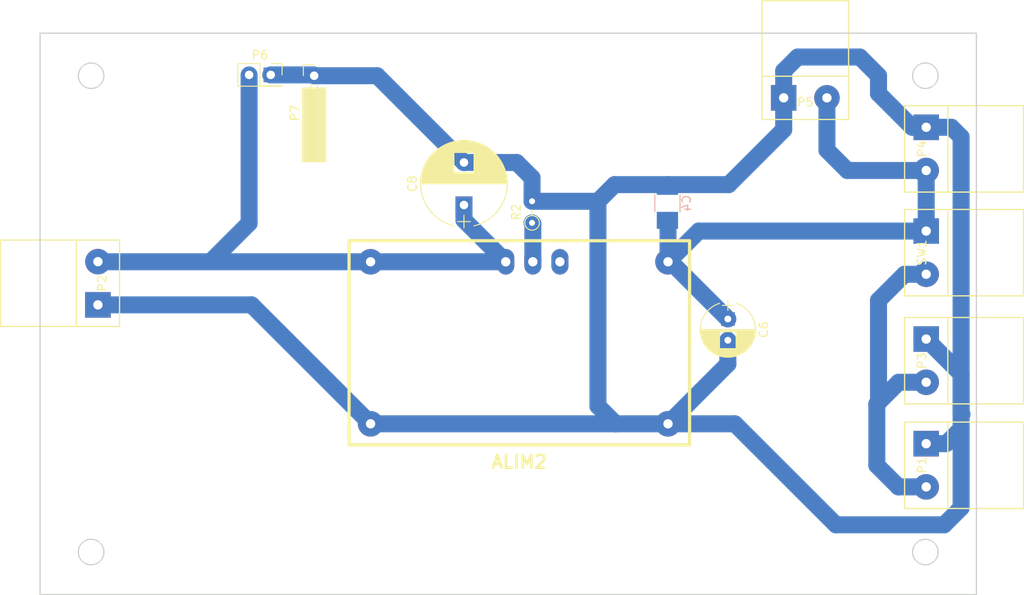
<source format=kicad_pcb>
(kicad_pcb (version 4) (host pcbnew 4.0.4-stable)

  (general
    (links 24)
    (no_connects 0)
    (area 8.794999 9.594999 130.105001 80.075001)
    (thickness 1.6)
    (drawings 8)
    (tracks 76)
    (zones 0)
    (modules 13)
    (nets 7)
  )

  (page A4)
  (layers
    (0 F.Cu signal)
    (31 B.Cu signal)
    (32 B.Adhes user)
    (33 F.Adhes user)
    (34 B.Paste user)
    (35 F.Paste user)
    (36 B.SilkS user)
    (37 F.SilkS user)
    (38 B.Mask user)
    (39 F.Mask user)
    (40 Dwgs.User user)
    (41 Cmts.User user)
    (42 Eco1.User user)
    (43 Eco2.User user)
    (44 Edge.Cuts user)
    (45 Margin user)
    (46 B.CrtYd user)
    (47 F.CrtYd user)
    (48 B.Fab user)
    (49 F.Fab user)
  )

  (setup
    (last_trace_width 2)
    (trace_clearance 0.5)
    (zone_clearance 0.508)
    (zone_45_only no)
    (trace_min 0.2)
    (segment_width 0.2)
    (edge_width 0.15)
    (via_size 0.6)
    (via_drill 0.4)
    (via_min_size 0.4)
    (via_min_drill 0.3)
    (uvia_size 0.3)
    (uvia_drill 0.1)
    (uvias_allowed no)
    (uvia_min_size 0.2)
    (uvia_min_drill 0.1)
    (pcb_text_width 0.3)
    (pcb_text_size 1.5 1.5)
    (mod_edge_width 0.15)
    (mod_text_size 1 1)
    (mod_text_width 0.15)
    (pad_size 1.524 1.524)
    (pad_drill 0.762)
    (pad_to_mask_clearance 0.2)
    (aux_axis_origin 0 0)
    (visible_elements 7FFFFFFF)
    (pcbplotparams
      (layerselection 0x00030_80000001)
      (usegerberextensions false)
      (excludeedgelayer true)
      (linewidth 0.100000)
      (plotframeref false)
      (viasonmask false)
      (mode 1)
      (useauxorigin false)
      (hpglpennumber 1)
      (hpglpenspeed 20)
      (hpglpendiameter 15)
      (hpglpenoverlay 2)
      (psnegative false)
      (psa4output false)
      (plotreference true)
      (plotvalue true)
      (plotinvisibletext false)
      (padsonsilk false)
      (subtractmaskfromsilk false)
      (outputformat 1)
      (mirror false)
      (drillshape 1)
      (scaleselection 1)
      (outputdirectory ""))
  )

  (net 0 "")
  (net 1 GND)
  (net 2 "Net-(ALIM2-Pad2)")
  (net 3 "Net-(ALIM2-Pad3)")
  (net 4 "Net-(ALIM2-Pad4)")
  (net 5 "Net-(ALIM2-Pad5)")
  (net 6 "Net-(P1-Pad2)")

  (net_class Default "Ceci est la Netclass par défaut"
    (clearance 0.5)
    (trace_width 2)
    (via_dia 0.6)
    (via_drill 0.4)
    (uvia_dia 0.3)
    (uvia_drill 0.1)
    (add_net GND)
    (add_net "Net-(ALIM2-Pad2)")
    (add_net "Net-(ALIM2-Pad3)")
    (add_net "Net-(ALIM2-Pad4)")
    (add_net "Net-(ALIM2-Pad5)")
    (add_net "Net-(P1-Pad2)")
  )

  (module Capacitors_SMD:C_1210_HandSoldering (layer B.Cu) (tedit 58AA84FB) (tstamp 58CAF862)
    (at 87.7 34 90)
    (descr "Capacitor SMD 1210, hand soldering")
    (tags "capacitor 1210")
    (path /5884D1FF)
    (attr smd)
    (fp_text reference C4 (at 0 2.25 90) (layer B.SilkS)
      (effects (font (size 1 1) (thickness 0.15)) (justify mirror))
    )
    (fp_text value 2.2uF (at 0 -2.5 90) (layer B.Fab)
      (effects (font (size 1 1) (thickness 0.15)) (justify mirror))
    )
    (fp_text user %R (at 0 2.25 90) (layer B.Fab)
      (effects (font (size 1 1) (thickness 0.15)) (justify mirror))
    )
    (fp_line (start -1.6 -1.25) (end -1.6 1.25) (layer B.Fab) (width 0.1))
    (fp_line (start 1.6 -1.25) (end -1.6 -1.25) (layer B.Fab) (width 0.1))
    (fp_line (start 1.6 1.25) (end 1.6 -1.25) (layer B.Fab) (width 0.1))
    (fp_line (start -1.6 1.25) (end 1.6 1.25) (layer B.Fab) (width 0.1))
    (fp_line (start 1 1.48) (end -1 1.48) (layer B.SilkS) (width 0.12))
    (fp_line (start -1 -1.48) (end 1 -1.48) (layer B.SilkS) (width 0.12))
    (fp_line (start -3.25 1.5) (end 3.25 1.5) (layer B.CrtYd) (width 0.05))
    (fp_line (start -3.25 1.5) (end -3.25 -1.5) (layer B.CrtYd) (width 0.05))
    (fp_line (start 3.25 -1.5) (end 3.25 1.5) (layer B.CrtYd) (width 0.05))
    (fp_line (start 3.25 -1.5) (end -3.25 -1.5) (layer B.CrtYd) (width 0.05))
    (pad 1 smd rect (at -2 0 90) (size 2 2.5) (layers B.Cu B.Paste B.Mask)
      (net 2 "Net-(ALIM2-Pad2)"))
    (pad 2 smd rect (at 2 0 90) (size 2 2.5) (layers B.Cu B.Paste B.Mask)
      (net 1 GND))
    (model Capacitors_SMD.3dshapes/C_1210.wrl
      (at (xyz 0 0 0))
      (scale (xyz 1 1 1))
      (rotate (xyz 0 0 0))
    )
  )

  (module robair:Bornier5mm (layer F.Cu) (tedit 58132C20) (tstamp 58CAF874)
    (at 118.1 64.8 270)
    (path /5884CB52)
    (fp_text reference P1 (at 0 0.5 270) (layer F.SilkS)
      (effects (font (size 1 1) (thickness 0.15)))
    )
    (fp_text value 24V (at 0 -0.5 270) (layer F.Fab)
      (effects (font (size 1 1) (thickness 0.15)))
    )
    (fp_line (start -5.08 -11.43) (end 5.08 -11.43) (layer F.SilkS) (width 0.15))
    (fp_line (start 5.08 -11.43) (end 5.08 -2.54) (layer F.SilkS) (width 0.15))
    (fp_line (start -5.08 -11.43) (end -5.08 -2.54) (layer F.SilkS) (width 0.15))
    (fp_line (start -5.08 -2.54) (end -5.08 2.54) (layer F.SilkS) (width 0.15))
    (fp_line (start -5.08 2.54) (end 5.08 2.54) (layer F.SilkS) (width 0.15))
    (fp_line (start 5.08 2.54) (end 5.08 -2.54) (layer F.SilkS) (width 0.15))
    (fp_line (start 5.08 -2.54) (end -5.08 -2.54) (layer F.SilkS) (width 0.15))
    (pad 1 thru_hole rect (at -2.54 0 270) (size 3 3) (drill 1.1) (layers *.Cu *.Mask)
      (net 1 GND))
    (pad 2 thru_hole circle (at 2.54 0 270) (size 3 3) (drill 1.1) (layers *.Cu *.Mask)
      (net 6 "Net-(P1-Pad2)"))
  )

  (module robair:Bornier5mm (layer F.Cu) (tedit 58132C20) (tstamp 58CAF87A)
    (at 20.8 43.4 90)
    (path /5884CC26)
    (fp_text reference P2 (at 0 0.5 90) (layer F.SilkS)
      (effects (font (size 1 1) (thickness 0.15)))
    )
    (fp_text value 5V (at 0 -0.5 90) (layer F.Fab)
      (effects (font (size 1 1) (thickness 0.15)))
    )
    (fp_line (start -5.08 -11.43) (end 5.08 -11.43) (layer F.SilkS) (width 0.15))
    (fp_line (start 5.08 -11.43) (end 5.08 -2.54) (layer F.SilkS) (width 0.15))
    (fp_line (start -5.08 -11.43) (end -5.08 -2.54) (layer F.SilkS) (width 0.15))
    (fp_line (start -5.08 -2.54) (end -5.08 2.54) (layer F.SilkS) (width 0.15))
    (fp_line (start -5.08 2.54) (end 5.08 2.54) (layer F.SilkS) (width 0.15))
    (fp_line (start 5.08 2.54) (end 5.08 -2.54) (layer F.SilkS) (width 0.15))
    (fp_line (start 5.08 -2.54) (end -5.08 -2.54) (layer F.SilkS) (width 0.15))
    (pad 1 thru_hole rect (at -2.54 0 90) (size 3 3) (drill 1.1) (layers *.Cu *.Mask)
      (net 1 GND))
    (pad 2 thru_hole circle (at 2.54 0 90) (size 3 3) (drill 1.1) (layers *.Cu *.Mask)
      (net 5 "Net-(ALIM2-Pad5)"))
  )

  (module robair:Bornier5mm (layer F.Cu) (tedit 58132C20) (tstamp 58CAF880)
    (at 118.1 52.5 270)
    (path /58CAF056)
    (fp_text reference P3 (at 0 0.5 270) (layer F.SilkS)
      (effects (font (size 1 1) (thickness 0.15)))
    )
    (fp_text value Chargeur (at 0 -0.5 270) (layer F.Fab)
      (effects (font (size 1 1) (thickness 0.15)))
    )
    (fp_line (start -5.08 -11.43) (end 5.08 -11.43) (layer F.SilkS) (width 0.15))
    (fp_line (start 5.08 -11.43) (end 5.08 -2.54) (layer F.SilkS) (width 0.15))
    (fp_line (start -5.08 -11.43) (end -5.08 -2.54) (layer F.SilkS) (width 0.15))
    (fp_line (start -5.08 -2.54) (end -5.08 2.54) (layer F.SilkS) (width 0.15))
    (fp_line (start -5.08 2.54) (end 5.08 2.54) (layer F.SilkS) (width 0.15))
    (fp_line (start 5.08 2.54) (end 5.08 -2.54) (layer F.SilkS) (width 0.15))
    (fp_line (start 5.08 -2.54) (end -5.08 -2.54) (layer F.SilkS) (width 0.15))
    (pad 1 thru_hole rect (at -2.54 0 270) (size 3 3) (drill 1.1) (layers *.Cu *.Mask)
      (net 1 GND))
    (pad 2 thru_hole circle (at 2.54 0 270) (size 3 3) (drill 1.1) (layers *.Cu *.Mask)
      (net 6 "Net-(P1-Pad2)"))
  )

  (module robair:Bornier5mm (layer F.Cu) (tedit 58CAFD60) (tstamp 58CAF886)
    (at 118.1 27.6 270)
    (path /58CAF12E)
    (fp_text reference P4 (at 0 0.5 270) (layer F.SilkS)
      (effects (font (size 1 1) (thickness 0.15)))
    )
    (fp_text value MD49 (at 0.9 -2.7 270) (layer F.Fab)
      (effects (font (size 1 1) (thickness 0.15)))
    )
    (fp_line (start -5.08 -11.43) (end 5.08 -11.43) (layer F.SilkS) (width 0.15))
    (fp_line (start 5.08 -11.43) (end 5.08 -2.54) (layer F.SilkS) (width 0.15))
    (fp_line (start -5.08 -11.43) (end -5.08 -2.54) (layer F.SilkS) (width 0.15))
    (fp_line (start -5.08 -2.54) (end -5.08 2.54) (layer F.SilkS) (width 0.15))
    (fp_line (start -5.08 2.54) (end 5.08 2.54) (layer F.SilkS) (width 0.15))
    (fp_line (start 5.08 2.54) (end 5.08 -2.54) (layer F.SilkS) (width 0.15))
    (fp_line (start 5.08 -2.54) (end -5.08 -2.54) (layer F.SilkS) (width 0.15))
    (pad 1 thru_hole rect (at -2.54 0 270) (size 3 3) (drill 1.1) (layers *.Cu *.Mask)
      (net 1 GND))
    (pad 2 thru_hole circle (at 2.54 0 270) (size 3 3) (drill 1.1) (layers *.Cu *.Mask)
      (net 2 "Net-(ALIM2-Pad2)"))
  )

  (module robair:Bornier5mm (layer F.Cu) (tedit 58132C20) (tstamp 58CAF88C)
    (at 103.9 21.6)
    (path /58CAF2F4)
    (fp_text reference P5 (at 0 0.5) (layer F.SilkS)
      (effects (font (size 1 1) (thickness 0.15)))
    )
    (fp_text value Aux (at 0 -0.5) (layer F.Fab)
      (effects (font (size 1 1) (thickness 0.15)))
    )
    (fp_line (start -5.08 -11.43) (end 5.08 -11.43) (layer F.SilkS) (width 0.15))
    (fp_line (start 5.08 -11.43) (end 5.08 -2.54) (layer F.SilkS) (width 0.15))
    (fp_line (start -5.08 -11.43) (end -5.08 -2.54) (layer F.SilkS) (width 0.15))
    (fp_line (start -5.08 -2.54) (end -5.08 2.54) (layer F.SilkS) (width 0.15))
    (fp_line (start -5.08 2.54) (end 5.08 2.54) (layer F.SilkS) (width 0.15))
    (fp_line (start 5.08 2.54) (end 5.08 -2.54) (layer F.SilkS) (width 0.15))
    (fp_line (start 5.08 -2.54) (end -5.08 -2.54) (layer F.SilkS) (width 0.15))
    (pad 1 thru_hole rect (at -2.54 0) (size 3 3) (drill 1.1) (layers *.Cu *.Mask)
      (net 1 GND))
    (pad 2 thru_hole circle (at 2.54 0) (size 3 3) (drill 1.1) (layers *.Cu *.Mask)
      (net 2 "Net-(ALIM2-Pad2)"))
  )

  (module Socket_Strips:Socket_Strip_Straight_2x01_Pitch2.54mm (layer F.Cu) (tedit 588DE958) (tstamp 58CAF892)
    (at 41.1 18.9)
    (descr "Through hole straight socket strip, 2x01, 2.54mm pitch, double rows")
    (tags "Through hole socket strip THT 2x01 2.54mm double row")
    (path /58CAF0B2)
    (fp_text reference P6 (at -1.27 -2.33) (layer F.SilkS)
      (effects (font (size 1 1) (thickness 0.15)))
    )
    (fp_text value Relai (at -1.27 2.33) (layer F.Fab)
      (effects (font (size 1 1) (thickness 0.15)))
    )
    (fp_line (start -3.81 -1.27) (end -3.81 1.27) (layer F.Fab) (width 0.1))
    (fp_line (start -3.81 1.27) (end 1.27 1.27) (layer F.Fab) (width 0.1))
    (fp_line (start 1.27 1.27) (end 1.27 -1.27) (layer F.Fab) (width 0.1))
    (fp_line (start 1.27 -1.27) (end -3.81 -1.27) (layer F.Fab) (width 0.1))
    (fp_line (start 1.33 1.27) (end 1.33 1.33) (layer F.SilkS) (width 0.12))
    (fp_line (start 1.33 1.33) (end -3.87 1.33) (layer F.SilkS) (width 0.12))
    (fp_line (start -3.87 1.33) (end -3.87 -1.33) (layer F.SilkS) (width 0.12))
    (fp_line (start -3.87 -1.33) (end -1.27 -1.33) (layer F.SilkS) (width 0.12))
    (fp_line (start -1.27 -1.33) (end -1.27 1.27) (layer F.SilkS) (width 0.12))
    (fp_line (start -1.27 1.27) (end 1.33 1.27) (layer F.SilkS) (width 0.12))
    (fp_line (start 1.33 0) (end 1.33 -1.33) (layer F.SilkS) (width 0.12))
    (fp_line (start 1.33 -1.33) (end 0.06 -1.33) (layer F.SilkS) (width 0.12))
    (fp_line (start -4.1 -1.55) (end -4.1 1.55) (layer F.CrtYd) (width 0.05))
    (fp_line (start -4.1 1.55) (end 1.55 1.55) (layer F.CrtYd) (width 0.05))
    (fp_line (start 1.55 1.55) (end 1.55 -1.55) (layer F.CrtYd) (width 0.05))
    (fp_line (start 1.55 -1.55) (end -4.1 -1.55) (layer F.CrtYd) (width 0.05))
    (pad 1 thru_hole rect (at 0 0) (size 1.7 1.7) (drill 1) (layers *.Cu *.Mask)
      (net 1 GND))
    (pad 2 thru_hole oval (at -2.54 0) (size 1.7 1.7) (drill 1) (layers *.Cu *.Mask)
      (net 5 "Net-(ALIM2-Pad5)"))
    (model Socket_Strips.3dshapes/Socket_Strip_Straight_2x01_Pitch2.54mm.wrl
      (at (xyz -0.05 0 0))
      (scale (xyz 1 1 1))
      (rotate (xyz 0 0 270))
    )
  )

  (module Socket_Strips:Socket_Strip_Angled_1x01_Pitch2.54mm (layer F.Cu) (tedit 588DE956) (tstamp 58CAF897)
    (at 46.2 19 90)
    (descr "Through hole angled socket strip, 1x01, 2.54mm pitch, 8.51mm socket length, single row")
    (tags "Through hole angled socket strip THT 1x01 2.54mm single row")
    (path /58CAFA38)
    (fp_text reference P7 (at -4.38 -2.27 90) (layer F.SilkS)
      (effects (font (size 1 1) (thickness 0.15)))
    )
    (fp_text value Arduino (at -4.38 2.27 90) (layer F.Fab)
      (effects (font (size 1 1) (thickness 0.15)))
    )
    (fp_line (start -1.52 -1.27) (end -1.52 1.27) (layer F.Fab) (width 0.1))
    (fp_line (start -1.52 1.27) (end -10.03 1.27) (layer F.Fab) (width 0.1))
    (fp_line (start -10.03 1.27) (end -10.03 -1.27) (layer F.Fab) (width 0.1))
    (fp_line (start -10.03 -1.27) (end -1.52 -1.27) (layer F.Fab) (width 0.1))
    (fp_line (start 0 -0.32) (end 0 0.32) (layer F.Fab) (width 0.1))
    (fp_line (start 0 0.32) (end -1.52 0.32) (layer F.Fab) (width 0.1))
    (fp_line (start -1.52 0.32) (end -1.52 -0.32) (layer F.Fab) (width 0.1))
    (fp_line (start -1.52 -0.32) (end 0 -0.32) (layer F.Fab) (width 0.1))
    (fp_line (start -1.46 -1.33) (end -1.46 1.33) (layer F.SilkS) (width 0.12))
    (fp_line (start -1.46 1.33) (end -10.09 1.33) (layer F.SilkS) (width 0.12))
    (fp_line (start -10.09 1.33) (end -10.09 -1.33) (layer F.SilkS) (width 0.12))
    (fp_line (start -10.09 -1.33) (end -1.46 -1.33) (layer F.SilkS) (width 0.12))
    (fp_line (start -1.46 -1.33) (end -1.46 1.27) (layer F.SilkS) (width 0.12))
    (fp_line (start -1.46 1.27) (end -10.09 1.27) (layer F.SilkS) (width 0.12))
    (fp_line (start -10.09 1.27) (end -10.09 -1.33) (layer F.SilkS) (width 0.12))
    (fp_line (start -10.09 -1.33) (end -1.46 -1.33) (layer F.SilkS) (width 0.12))
    (fp_line (start -1.03 -0.38) (end -1.46 -0.38) (layer F.SilkS) (width 0.12))
    (fp_line (start -1.03 0.38) (end -1.46 0.38) (layer F.SilkS) (width 0.12))
    (fp_line (start -1.46 -1.15) (end -10.09 -1.15) (layer F.SilkS) (width 0.12))
    (fp_line (start -1.46 -1.03) (end -10.09 -1.03) (layer F.SilkS) (width 0.12))
    (fp_line (start -1.46 -0.91) (end -10.09 -0.91) (layer F.SilkS) (width 0.12))
    (fp_line (start -1.46 -0.79) (end -10.09 -0.79) (layer F.SilkS) (width 0.12))
    (fp_line (start -1.46 -0.67) (end -10.09 -0.67) (layer F.SilkS) (width 0.12))
    (fp_line (start -1.46 -0.55) (end -10.09 -0.55) (layer F.SilkS) (width 0.12))
    (fp_line (start -1.46 -0.43) (end -10.09 -0.43) (layer F.SilkS) (width 0.12))
    (fp_line (start -1.46 -0.31) (end -10.09 -0.31) (layer F.SilkS) (width 0.12))
    (fp_line (start -1.46 -0.19) (end -10.09 -0.19) (layer F.SilkS) (width 0.12))
    (fp_line (start -1.46 -0.07) (end -10.09 -0.07) (layer F.SilkS) (width 0.12))
    (fp_line (start -1.46 0.05) (end -10.09 0.05) (layer F.SilkS) (width 0.12))
    (fp_line (start -1.46 0.17) (end -10.09 0.17) (layer F.SilkS) (width 0.12))
    (fp_line (start -1.46 0.29) (end -10.09 0.29) (layer F.SilkS) (width 0.12))
    (fp_line (start -1.46 0.41) (end -10.09 0.41) (layer F.SilkS) (width 0.12))
    (fp_line (start -1.46 0.53) (end -10.09 0.53) (layer F.SilkS) (width 0.12))
    (fp_line (start -1.46 0.65) (end -10.09 0.65) (layer F.SilkS) (width 0.12))
    (fp_line (start -1.46 0.77) (end -10.09 0.77) (layer F.SilkS) (width 0.12))
    (fp_line (start -1.46 0.89) (end -10.09 0.89) (layer F.SilkS) (width 0.12))
    (fp_line (start -1.46 1.01) (end -10.09 1.01) (layer F.SilkS) (width 0.12))
    (fp_line (start -1.46 1.13) (end -10.09 1.13) (layer F.SilkS) (width 0.12))
    (fp_line (start -1.46 1.25) (end -10.09 1.25) (layer F.SilkS) (width 0.12))
    (fp_line (start -1.46 1.37) (end -10.09 1.37) (layer F.SilkS) (width 0.12))
    (fp_line (start 0 -1.27) (end 1.27 -1.27) (layer F.SilkS) (width 0.12))
    (fp_line (start 1.27 -1.27) (end 1.27 0) (layer F.SilkS) (width 0.12))
    (fp_line (start 1.55 -1.55) (end 1.55 1.55) (layer F.CrtYd) (width 0.05))
    (fp_line (start 1.55 1.55) (end -10.3 1.55) (layer F.CrtYd) (width 0.05))
    (fp_line (start -10.3 1.55) (end -10.3 -1.55) (layer F.CrtYd) (width 0.05))
    (fp_line (start -10.3 -1.55) (end 1.55 -1.55) (layer F.CrtYd) (width 0.05))
    (pad 1 thru_hole rect (at 0 0 90) (size 1.7 1.7) (drill 1) (layers *.Cu *.Mask)
      (net 1 GND))
    (model Socket_Strips.3dshapes/Socket_Strip_Angled_1x01_Pitch2.54mm.wrl
      (at (xyz 0 0 0))
      (scale (xyz 1 1 1))
      (rotate (xyz 0 0 270))
    )
  )

  (module Resistors_ThroughHole:R_Axial_DIN0204_L3.6mm_D1.6mm_P2.54mm_Vertical (layer F.Cu) (tedit 5874F706) (tstamp 58CAF89D)
    (at 71.8 36.3 90)
    (descr "Resistor, Axial_DIN0204 series, Axial, Vertical, pin pitch=2.54mm, 0.16666666666666666W = 1/6W, length*diameter=3.6*1.6mm^2, http://cdn-reichelt.de/documents/datenblatt/B400/1_4W%23YAG.pdf")
    (tags "Resistor Axial_DIN0204 series Axial Vertical pin pitch 2.54mm 0.16666666666666666W = 1/6W length 3.6mm diameter 1.6mm")
    (path /5884CDFD)
    (fp_text reference R2 (at 1.27 -1.86 90) (layer F.SilkS)
      (effects (font (size 1 1) (thickness 0.15)))
    )
    (fp_text value 21k (at 1.27 1.86 90) (layer F.Fab)
      (effects (font (size 1 1) (thickness 0.15)))
    )
    (fp_circle (center 0 0) (end 0.8 0) (layer F.Fab) (width 0.1))
    (fp_circle (center 0 0) (end 0.86 0) (layer F.SilkS) (width 0.12))
    (fp_line (start 0 0) (end 2.54 0) (layer F.Fab) (width 0.1))
    (fp_line (start 0.86 0) (end 1.54 0) (layer F.SilkS) (width 0.12))
    (fp_line (start -1.15 -1.15) (end -1.15 1.15) (layer F.CrtYd) (width 0.05))
    (fp_line (start -1.15 1.15) (end 3.55 1.15) (layer F.CrtYd) (width 0.05))
    (fp_line (start 3.55 1.15) (end 3.55 -1.15) (layer F.CrtYd) (width 0.05))
    (fp_line (start 3.55 -1.15) (end -1.15 -1.15) (layer F.CrtYd) (width 0.05))
    (pad 1 thru_hole circle (at 0 0 90) (size 1.4 1.4) (drill 0.7) (layers *.Cu *.Mask)
      (net 4 "Net-(ALIM2-Pad4)"))
    (pad 2 thru_hole oval (at 2.54 0 90) (size 1.4 1.4) (drill 0.7) (layers *.Cu *.Mask)
      (net 1 GND))
    (model Resistors_THT.3dshapes/R_Axial_DIN0204_L3.6mm_D1.6mm_P2.54mm_Vertical.wrl
      (at (xyz 0 0 0))
      (scale (xyz 0.393701 0.393701 0.393701))
      (rotate (xyz 0 0 0))
    )
  )

  (module robair:Bornier5mm (layer F.Cu) (tedit 58132C20) (tstamp 58CAF8A3)
    (at 118.1 39.8 270)
    (path /58CAF1DF)
    (fp_text reference SW1 (at 0 0.5 270) (layer F.SilkS)
      (effects (font (size 1 1) (thickness 0.15)))
    )
    (fp_text value SPST (at 0 -0.5 270) (layer F.Fab)
      (effects (font (size 1 1) (thickness 0.15)))
    )
    (fp_line (start -5.08 -11.43) (end 5.08 -11.43) (layer F.SilkS) (width 0.15))
    (fp_line (start 5.08 -11.43) (end 5.08 -2.54) (layer F.SilkS) (width 0.15))
    (fp_line (start -5.08 -11.43) (end -5.08 -2.54) (layer F.SilkS) (width 0.15))
    (fp_line (start -5.08 -2.54) (end -5.08 2.54) (layer F.SilkS) (width 0.15))
    (fp_line (start -5.08 2.54) (end 5.08 2.54) (layer F.SilkS) (width 0.15))
    (fp_line (start 5.08 2.54) (end 5.08 -2.54) (layer F.SilkS) (width 0.15))
    (fp_line (start 5.08 -2.54) (end -5.08 -2.54) (layer F.SilkS) (width 0.15))
    (pad 1 thru_hole rect (at -2.54 0 270) (size 3 3) (drill 1.1) (layers *.Cu *.Mask)
      (net 2 "Net-(ALIM2-Pad2)"))
    (pad 2 thru_hole circle (at 2.54 0 270) (size 3 3) (drill 1.1) (layers *.Cu *.Mask)
      (net 6 "Net-(P1-Pad2)"))
  )

  (module Capacitors_ThroughHole:CP_Radial_D10.0mm_P5.00mm (layer F.Cu) (tedit 58765D06) (tstamp 58CB0020)
    (at 63.8 34.2 90)
    (descr "CP, Radial series, Radial, pin pitch=5.00mm, , diameter=10mm, Electrolytic Capacitor")
    (tags "CP Radial series Radial pin pitch 5.00mm  diameter 10mm Electrolytic Capacitor")
    (path /5884CFF6)
    (fp_text reference C8 (at 2.5 -6.06 90) (layer F.SilkS)
      (effects (font (size 1 1) (thickness 0.15)))
    )
    (fp_text value 330uF (at 2.5 6.06 90) (layer F.Fab)
      (effects (font (size 1 1) (thickness 0.15)))
    )
    (fp_arc (start 2.5 0) (end -2.451333 -1.18) (angle 153.2) (layer F.SilkS) (width 0.12))
    (fp_arc (start 2.5 0) (end -2.451333 1.18) (angle -153.2) (layer F.SilkS) (width 0.12))
    (fp_arc (start 2.5 0) (end 7.451333 -1.18) (angle 26.8) (layer F.SilkS) (width 0.12))
    (fp_circle (center 2.5 0) (end 7.5 0) (layer F.Fab) (width 0.1))
    (fp_line (start -2.7 0) (end -1.2 0) (layer F.Fab) (width 0.1))
    (fp_line (start -1.95 -0.75) (end -1.95 0.75) (layer F.Fab) (width 0.1))
    (fp_line (start 2.5 -5.05) (end 2.5 5.05) (layer F.SilkS) (width 0.12))
    (fp_line (start 2.54 -5.05) (end 2.54 5.05) (layer F.SilkS) (width 0.12))
    (fp_line (start 2.58 -5.05) (end 2.58 5.05) (layer F.SilkS) (width 0.12))
    (fp_line (start 2.62 -5.049) (end 2.62 5.049) (layer F.SilkS) (width 0.12))
    (fp_line (start 2.66 -5.048) (end 2.66 5.048) (layer F.SilkS) (width 0.12))
    (fp_line (start 2.7 -5.047) (end 2.7 5.047) (layer F.SilkS) (width 0.12))
    (fp_line (start 2.74 -5.045) (end 2.74 5.045) (layer F.SilkS) (width 0.12))
    (fp_line (start 2.78 -5.043) (end 2.78 5.043) (layer F.SilkS) (width 0.12))
    (fp_line (start 2.82 -5.04) (end 2.82 5.04) (layer F.SilkS) (width 0.12))
    (fp_line (start 2.86 -5.038) (end 2.86 5.038) (layer F.SilkS) (width 0.12))
    (fp_line (start 2.9 -5.035) (end 2.9 5.035) (layer F.SilkS) (width 0.12))
    (fp_line (start 2.94 -5.031) (end 2.94 5.031) (layer F.SilkS) (width 0.12))
    (fp_line (start 2.98 -5.028) (end 2.98 5.028) (layer F.SilkS) (width 0.12))
    (fp_line (start 3.02 -5.024) (end 3.02 5.024) (layer F.SilkS) (width 0.12))
    (fp_line (start 3.06 -5.02) (end 3.06 5.02) (layer F.SilkS) (width 0.12))
    (fp_line (start 3.1 -5.015) (end 3.1 5.015) (layer F.SilkS) (width 0.12))
    (fp_line (start 3.14 -5.01) (end 3.14 5.01) (layer F.SilkS) (width 0.12))
    (fp_line (start 3.18 -5.005) (end 3.18 5.005) (layer F.SilkS) (width 0.12))
    (fp_line (start 3.221 -4.999) (end 3.221 4.999) (layer F.SilkS) (width 0.12))
    (fp_line (start 3.261 -4.993) (end 3.261 4.993) (layer F.SilkS) (width 0.12))
    (fp_line (start 3.301 -4.987) (end 3.301 4.987) (layer F.SilkS) (width 0.12))
    (fp_line (start 3.341 -4.981) (end 3.341 4.981) (layer F.SilkS) (width 0.12))
    (fp_line (start 3.381 -4.974) (end 3.381 4.974) (layer F.SilkS) (width 0.12))
    (fp_line (start 3.421 -4.967) (end 3.421 4.967) (layer F.SilkS) (width 0.12))
    (fp_line (start 3.461 -4.959) (end 3.461 4.959) (layer F.SilkS) (width 0.12))
    (fp_line (start 3.501 -4.951) (end 3.501 4.951) (layer F.SilkS) (width 0.12))
    (fp_line (start 3.541 -4.943) (end 3.541 4.943) (layer F.SilkS) (width 0.12))
    (fp_line (start 3.581 -4.935) (end 3.581 4.935) (layer F.SilkS) (width 0.12))
    (fp_line (start 3.621 -4.926) (end 3.621 4.926) (layer F.SilkS) (width 0.12))
    (fp_line (start 3.661 -4.917) (end 3.661 4.917) (layer F.SilkS) (width 0.12))
    (fp_line (start 3.701 -4.907) (end 3.701 4.907) (layer F.SilkS) (width 0.12))
    (fp_line (start 3.741 -4.897) (end 3.741 4.897) (layer F.SilkS) (width 0.12))
    (fp_line (start 3.781 -4.887) (end 3.781 4.887) (layer F.SilkS) (width 0.12))
    (fp_line (start 3.821 -4.876) (end 3.821 -1.181) (layer F.SilkS) (width 0.12))
    (fp_line (start 3.821 1.181) (end 3.821 4.876) (layer F.SilkS) (width 0.12))
    (fp_line (start 3.861 -4.865) (end 3.861 -1.181) (layer F.SilkS) (width 0.12))
    (fp_line (start 3.861 1.181) (end 3.861 4.865) (layer F.SilkS) (width 0.12))
    (fp_line (start 3.901 -4.854) (end 3.901 -1.181) (layer F.SilkS) (width 0.12))
    (fp_line (start 3.901 1.181) (end 3.901 4.854) (layer F.SilkS) (width 0.12))
    (fp_line (start 3.941 -4.843) (end 3.941 -1.181) (layer F.SilkS) (width 0.12))
    (fp_line (start 3.941 1.181) (end 3.941 4.843) (layer F.SilkS) (width 0.12))
    (fp_line (start 3.981 -4.831) (end 3.981 -1.181) (layer F.SilkS) (width 0.12))
    (fp_line (start 3.981 1.181) (end 3.981 4.831) (layer F.SilkS) (width 0.12))
    (fp_line (start 4.021 -4.818) (end 4.021 -1.181) (layer F.SilkS) (width 0.12))
    (fp_line (start 4.021 1.181) (end 4.021 4.818) (layer F.SilkS) (width 0.12))
    (fp_line (start 4.061 -4.806) (end 4.061 -1.181) (layer F.SilkS) (width 0.12))
    (fp_line (start 4.061 1.181) (end 4.061 4.806) (layer F.SilkS) (width 0.12))
    (fp_line (start 4.101 -4.792) (end 4.101 -1.181) (layer F.SilkS) (width 0.12))
    (fp_line (start 4.101 1.181) (end 4.101 4.792) (layer F.SilkS) (width 0.12))
    (fp_line (start 4.141 -4.779) (end 4.141 -1.181) (layer F.SilkS) (width 0.12))
    (fp_line (start 4.141 1.181) (end 4.141 4.779) (layer F.SilkS) (width 0.12))
    (fp_line (start 4.181 -4.765) (end 4.181 -1.181) (layer F.SilkS) (width 0.12))
    (fp_line (start 4.181 1.181) (end 4.181 4.765) (layer F.SilkS) (width 0.12))
    (fp_line (start 4.221 -4.751) (end 4.221 -1.181) (layer F.SilkS) (width 0.12))
    (fp_line (start 4.221 1.181) (end 4.221 4.751) (layer F.SilkS) (width 0.12))
    (fp_line (start 4.261 -4.737) (end 4.261 -1.181) (layer F.SilkS) (width 0.12))
    (fp_line (start 4.261 1.181) (end 4.261 4.737) (layer F.SilkS) (width 0.12))
    (fp_line (start 4.301 -4.722) (end 4.301 -1.181) (layer F.SilkS) (width 0.12))
    (fp_line (start 4.301 1.181) (end 4.301 4.722) (layer F.SilkS) (width 0.12))
    (fp_line (start 4.341 -4.706) (end 4.341 -1.181) (layer F.SilkS) (width 0.12))
    (fp_line (start 4.341 1.181) (end 4.341 4.706) (layer F.SilkS) (width 0.12))
    (fp_line (start 4.381 -4.691) (end 4.381 -1.181) (layer F.SilkS) (width 0.12))
    (fp_line (start 4.381 1.181) (end 4.381 4.691) (layer F.SilkS) (width 0.12))
    (fp_line (start 4.421 -4.674) (end 4.421 -1.181) (layer F.SilkS) (width 0.12))
    (fp_line (start 4.421 1.181) (end 4.421 4.674) (layer F.SilkS) (width 0.12))
    (fp_line (start 4.461 -4.658) (end 4.461 -1.181) (layer F.SilkS) (width 0.12))
    (fp_line (start 4.461 1.181) (end 4.461 4.658) (layer F.SilkS) (width 0.12))
    (fp_line (start 4.501 -4.641) (end 4.501 -1.181) (layer F.SilkS) (width 0.12))
    (fp_line (start 4.501 1.181) (end 4.501 4.641) (layer F.SilkS) (width 0.12))
    (fp_line (start 4.541 -4.624) (end 4.541 -1.181) (layer F.SilkS) (width 0.12))
    (fp_line (start 4.541 1.181) (end 4.541 4.624) (layer F.SilkS) (width 0.12))
    (fp_line (start 4.581 -4.606) (end 4.581 -1.181) (layer F.SilkS) (width 0.12))
    (fp_line (start 4.581 1.181) (end 4.581 4.606) (layer F.SilkS) (width 0.12))
    (fp_line (start 4.621 -4.588) (end 4.621 -1.181) (layer F.SilkS) (width 0.12))
    (fp_line (start 4.621 1.181) (end 4.621 4.588) (layer F.SilkS) (width 0.12))
    (fp_line (start 4.661 -4.569) (end 4.661 -1.181) (layer F.SilkS) (width 0.12))
    (fp_line (start 4.661 1.181) (end 4.661 4.569) (layer F.SilkS) (width 0.12))
    (fp_line (start 4.701 -4.55) (end 4.701 -1.181) (layer F.SilkS) (width 0.12))
    (fp_line (start 4.701 1.181) (end 4.701 4.55) (layer F.SilkS) (width 0.12))
    (fp_line (start 4.741 -4.531) (end 4.741 -1.181) (layer F.SilkS) (width 0.12))
    (fp_line (start 4.741 1.181) (end 4.741 4.531) (layer F.SilkS) (width 0.12))
    (fp_line (start 4.781 -4.511) (end 4.781 -1.181) (layer F.SilkS) (width 0.12))
    (fp_line (start 4.781 1.181) (end 4.781 4.511) (layer F.SilkS) (width 0.12))
    (fp_line (start 4.821 -4.491) (end 4.821 -1.181) (layer F.SilkS) (width 0.12))
    (fp_line (start 4.821 1.181) (end 4.821 4.491) (layer F.SilkS) (width 0.12))
    (fp_line (start 4.861 -4.47) (end 4.861 -1.181) (layer F.SilkS) (width 0.12))
    (fp_line (start 4.861 1.181) (end 4.861 4.47) (layer F.SilkS) (width 0.12))
    (fp_line (start 4.901 -4.449) (end 4.901 -1.181) (layer F.SilkS) (width 0.12))
    (fp_line (start 4.901 1.181) (end 4.901 4.449) (layer F.SilkS) (width 0.12))
    (fp_line (start 4.941 -4.428) (end 4.941 -1.181) (layer F.SilkS) (width 0.12))
    (fp_line (start 4.941 1.181) (end 4.941 4.428) (layer F.SilkS) (width 0.12))
    (fp_line (start 4.981 -4.405) (end 4.981 -1.181) (layer F.SilkS) (width 0.12))
    (fp_line (start 4.981 1.181) (end 4.981 4.405) (layer F.SilkS) (width 0.12))
    (fp_line (start 5.021 -4.383) (end 5.021 -1.181) (layer F.SilkS) (width 0.12))
    (fp_line (start 5.021 1.181) (end 5.021 4.383) (layer F.SilkS) (width 0.12))
    (fp_line (start 5.061 -4.36) (end 5.061 -1.181) (layer F.SilkS) (width 0.12))
    (fp_line (start 5.061 1.181) (end 5.061 4.36) (layer F.SilkS) (width 0.12))
    (fp_line (start 5.101 -4.336) (end 5.101 -1.181) (layer F.SilkS) (width 0.12))
    (fp_line (start 5.101 1.181) (end 5.101 4.336) (layer F.SilkS) (width 0.12))
    (fp_line (start 5.141 -4.312) (end 5.141 -1.181) (layer F.SilkS) (width 0.12))
    (fp_line (start 5.141 1.181) (end 5.141 4.312) (layer F.SilkS) (width 0.12))
    (fp_line (start 5.181 -4.288) (end 5.181 -1.181) (layer F.SilkS) (width 0.12))
    (fp_line (start 5.181 1.181) (end 5.181 4.288) (layer F.SilkS) (width 0.12))
    (fp_line (start 5.221 -4.263) (end 5.221 -1.181) (layer F.SilkS) (width 0.12))
    (fp_line (start 5.221 1.181) (end 5.221 4.263) (layer F.SilkS) (width 0.12))
    (fp_line (start 5.261 -4.237) (end 5.261 -1.181) (layer F.SilkS) (width 0.12))
    (fp_line (start 5.261 1.181) (end 5.261 4.237) (layer F.SilkS) (width 0.12))
    (fp_line (start 5.301 -4.211) (end 5.301 -1.181) (layer F.SilkS) (width 0.12))
    (fp_line (start 5.301 1.181) (end 5.301 4.211) (layer F.SilkS) (width 0.12))
    (fp_line (start 5.341 -4.185) (end 5.341 -1.181) (layer F.SilkS) (width 0.12))
    (fp_line (start 5.341 1.181) (end 5.341 4.185) (layer F.SilkS) (width 0.12))
    (fp_line (start 5.381 -4.157) (end 5.381 -1.181) (layer F.SilkS) (width 0.12))
    (fp_line (start 5.381 1.181) (end 5.381 4.157) (layer F.SilkS) (width 0.12))
    (fp_line (start 5.421 -4.13) (end 5.421 -1.181) (layer F.SilkS) (width 0.12))
    (fp_line (start 5.421 1.181) (end 5.421 4.13) (layer F.SilkS) (width 0.12))
    (fp_line (start 5.461 -4.101) (end 5.461 -1.181) (layer F.SilkS) (width 0.12))
    (fp_line (start 5.461 1.181) (end 5.461 4.101) (layer F.SilkS) (width 0.12))
    (fp_line (start 5.501 -4.072) (end 5.501 -1.181) (layer F.SilkS) (width 0.12))
    (fp_line (start 5.501 1.181) (end 5.501 4.072) (layer F.SilkS) (width 0.12))
    (fp_line (start 5.541 -4.043) (end 5.541 -1.181) (layer F.SilkS) (width 0.12))
    (fp_line (start 5.541 1.181) (end 5.541 4.043) (layer F.SilkS) (width 0.12))
    (fp_line (start 5.581 -4.013) (end 5.581 -1.181) (layer F.SilkS) (width 0.12))
    (fp_line (start 5.581 1.181) (end 5.581 4.013) (layer F.SilkS) (width 0.12))
    (fp_line (start 5.621 -3.982) (end 5.621 -1.181) (layer F.SilkS) (width 0.12))
    (fp_line (start 5.621 1.181) (end 5.621 3.982) (layer F.SilkS) (width 0.12))
    (fp_line (start 5.661 -3.951) (end 5.661 -1.181) (layer F.SilkS) (width 0.12))
    (fp_line (start 5.661 1.181) (end 5.661 3.951) (layer F.SilkS) (width 0.12))
    (fp_line (start 5.701 -3.919) (end 5.701 -1.181) (layer F.SilkS) (width 0.12))
    (fp_line (start 5.701 1.181) (end 5.701 3.919) (layer F.SilkS) (width 0.12))
    (fp_line (start 5.741 -3.886) (end 5.741 -1.181) (layer F.SilkS) (width 0.12))
    (fp_line (start 5.741 1.181) (end 5.741 3.886) (layer F.SilkS) (width 0.12))
    (fp_line (start 5.781 -3.853) (end 5.781 -1.181) (layer F.SilkS) (width 0.12))
    (fp_line (start 5.781 1.181) (end 5.781 3.853) (layer F.SilkS) (width 0.12))
    (fp_line (start 5.821 -3.819) (end 5.821 -1.181) (layer F.SilkS) (width 0.12))
    (fp_line (start 5.821 1.181) (end 5.821 3.819) (layer F.SilkS) (width 0.12))
    (fp_line (start 5.861 -3.784) (end 5.861 -1.181) (layer F.SilkS) (width 0.12))
    (fp_line (start 5.861 1.181) (end 5.861 3.784) (layer F.SilkS) (width 0.12))
    (fp_line (start 5.901 -3.748) (end 5.901 -1.181) (layer F.SilkS) (width 0.12))
    (fp_line (start 5.901 1.181) (end 5.901 3.748) (layer F.SilkS) (width 0.12))
    (fp_line (start 5.941 -3.712) (end 5.941 -1.181) (layer F.SilkS) (width 0.12))
    (fp_line (start 5.941 1.181) (end 5.941 3.712) (layer F.SilkS) (width 0.12))
    (fp_line (start 5.981 -3.675) (end 5.981 -1.181) (layer F.SilkS) (width 0.12))
    (fp_line (start 5.981 1.181) (end 5.981 3.675) (layer F.SilkS) (width 0.12))
    (fp_line (start 6.021 -3.637) (end 6.021 -1.181) (layer F.SilkS) (width 0.12))
    (fp_line (start 6.021 1.181) (end 6.021 3.637) (layer F.SilkS) (width 0.12))
    (fp_line (start 6.061 -3.598) (end 6.061 -1.181) (layer F.SilkS) (width 0.12))
    (fp_line (start 6.061 1.181) (end 6.061 3.598) (layer F.SilkS) (width 0.12))
    (fp_line (start 6.101 -3.559) (end 6.101 -1.181) (layer F.SilkS) (width 0.12))
    (fp_line (start 6.101 1.181) (end 6.101 3.559) (layer F.SilkS) (width 0.12))
    (fp_line (start 6.141 -3.518) (end 6.141 -1.181) (layer F.SilkS) (width 0.12))
    (fp_line (start 6.141 1.181) (end 6.141 3.518) (layer F.SilkS) (width 0.12))
    (fp_line (start 6.181 -3.477) (end 6.181 3.477) (layer F.SilkS) (width 0.12))
    (fp_line (start 6.221 -3.435) (end 6.221 3.435) (layer F.SilkS) (width 0.12))
    (fp_line (start 6.261 -3.391) (end 6.261 3.391) (layer F.SilkS) (width 0.12))
    (fp_line (start 6.301 -3.347) (end 6.301 3.347) (layer F.SilkS) (width 0.12))
    (fp_line (start 6.341 -3.302) (end 6.341 3.302) (layer F.SilkS) (width 0.12))
    (fp_line (start 6.381 -3.255) (end 6.381 3.255) (layer F.SilkS) (width 0.12))
    (fp_line (start 6.421 -3.207) (end 6.421 3.207) (layer F.SilkS) (width 0.12))
    (fp_line (start 6.461 -3.158) (end 6.461 3.158) (layer F.SilkS) (width 0.12))
    (fp_line (start 6.501 -3.108) (end 6.501 3.108) (layer F.SilkS) (width 0.12))
    (fp_line (start 6.541 -3.057) (end 6.541 3.057) (layer F.SilkS) (width 0.12))
    (fp_line (start 6.581 -3.004) (end 6.581 3.004) (layer F.SilkS) (width 0.12))
    (fp_line (start 6.621 -2.949) (end 6.621 2.949) (layer F.SilkS) (width 0.12))
    (fp_line (start 6.661 -2.894) (end 6.661 2.894) (layer F.SilkS) (width 0.12))
    (fp_line (start 6.701 -2.836) (end 6.701 2.836) (layer F.SilkS) (width 0.12))
    (fp_line (start 6.741 -2.777) (end 6.741 2.777) (layer F.SilkS) (width 0.12))
    (fp_line (start 6.781 -2.715) (end 6.781 2.715) (layer F.SilkS) (width 0.12))
    (fp_line (start 6.821 -2.652) (end 6.821 2.652) (layer F.SilkS) (width 0.12))
    (fp_line (start 6.861 -2.587) (end 6.861 2.587) (layer F.SilkS) (width 0.12))
    (fp_line (start 6.901 -2.519) (end 6.901 2.519) (layer F.SilkS) (width 0.12))
    (fp_line (start 6.941 -2.449) (end 6.941 2.449) (layer F.SilkS) (width 0.12))
    (fp_line (start 6.981 -2.377) (end 6.981 2.377) (layer F.SilkS) (width 0.12))
    (fp_line (start 7.021 -2.301) (end 7.021 2.301) (layer F.SilkS) (width 0.12))
    (fp_line (start 7.061 -2.222) (end 7.061 2.222) (layer F.SilkS) (width 0.12))
    (fp_line (start 7.101 -2.14) (end 7.101 2.14) (layer F.SilkS) (width 0.12))
    (fp_line (start 7.141 -2.053) (end 7.141 2.053) (layer F.SilkS) (width 0.12))
    (fp_line (start 7.181 -1.962) (end 7.181 1.962) (layer F.SilkS) (width 0.12))
    (fp_line (start 7.221 -1.866) (end 7.221 1.866) (layer F.SilkS) (width 0.12))
    (fp_line (start 7.261 -1.763) (end 7.261 1.763) (layer F.SilkS) (width 0.12))
    (fp_line (start 7.301 -1.654) (end 7.301 1.654) (layer F.SilkS) (width 0.12))
    (fp_line (start 7.341 -1.536) (end 7.341 1.536) (layer F.SilkS) (width 0.12))
    (fp_line (start 7.381 -1.407) (end 7.381 1.407) (layer F.SilkS) (width 0.12))
    (fp_line (start 7.421 -1.265) (end 7.421 1.265) (layer F.SilkS) (width 0.12))
    (fp_line (start 7.461 -1.104) (end 7.461 1.104) (layer F.SilkS) (width 0.12))
    (fp_line (start 7.501 -0.913) (end 7.501 0.913) (layer F.SilkS) (width 0.12))
    (fp_line (start 7.541 -0.672) (end 7.541 0.672) (layer F.SilkS) (width 0.12))
    (fp_line (start 7.581 -0.279) (end 7.581 0.279) (layer F.SilkS) (width 0.12))
    (fp_line (start -2.7 0) (end -1.2 0) (layer F.SilkS) (width 0.12))
    (fp_line (start -1.95 -0.75) (end -1.95 0.75) (layer F.SilkS) (width 0.12))
    (fp_line (start -2.85 -5.35) (end -2.85 5.35) (layer F.CrtYd) (width 0.05))
    (fp_line (start -2.85 5.35) (end 7.85 5.35) (layer F.CrtYd) (width 0.05))
    (fp_line (start 7.85 5.35) (end 7.85 -5.35) (layer F.CrtYd) (width 0.05))
    (fp_line (start 7.85 -5.35) (end -2.85 -5.35) (layer F.CrtYd) (width 0.05))
    (pad 1 thru_hole rect (at 0 0 90) (size 2 2) (drill 1) (layers *.Cu *.Mask)
      (net 5 "Net-(ALIM2-Pad5)"))
    (pad 2 thru_hole circle (at 5 0 90) (size 2 2) (drill 1) (layers *.Cu *.Mask)
      (net 1 GND))
    (model Capacitors_THT.3dshapes/CP_Radial_D10.0mm_P5.00mm.wrl
      (at (xyz 0 0 0))
      (scale (xyz 0.393701 0.393701 0.393701))
      (rotate (xyz 0 0 0))
    )
  )

  (module Capacitors_ThroughHole:CP_Radial_D6.3mm_P2.50mm (layer F.Cu) (tedit 58765D06) (tstamp 58CB009C)
    (at 94.8 47.6 270)
    (descr "CP, Radial series, Radial, pin pitch=2.50mm, , diameter=6.3mm, Electrolytic Capacitor")
    (tags "CP Radial series Radial pin pitch 2.50mm  diameter 6.3mm Electrolytic Capacitor")
    (path /5884D102)
    (fp_text reference C6 (at 1.25 -4.21 270) (layer F.SilkS)
      (effects (font (size 1 1) (thickness 0.15)))
    )
    (fp_text value 100uF (at 1.25 4.21 270) (layer F.Fab)
      (effects (font (size 1 1) (thickness 0.15)))
    )
    (fp_arc (start 1.25 0) (end -1.838236 -0.98) (angle 144.8) (layer F.SilkS) (width 0.12))
    (fp_arc (start 1.25 0) (end -1.838236 0.98) (angle -144.8) (layer F.SilkS) (width 0.12))
    (fp_arc (start 1.25 0) (end 4.338236 -0.98) (angle 35.2) (layer F.SilkS) (width 0.12))
    (fp_circle (center 1.25 0) (end 4.4 0) (layer F.Fab) (width 0.1))
    (fp_line (start -2.2 0) (end -1 0) (layer F.Fab) (width 0.1))
    (fp_line (start -1.6 -0.65) (end -1.6 0.65) (layer F.Fab) (width 0.1))
    (fp_line (start 1.25 -3.2) (end 1.25 3.2) (layer F.SilkS) (width 0.12))
    (fp_line (start 1.29 -3.2) (end 1.29 3.2) (layer F.SilkS) (width 0.12))
    (fp_line (start 1.33 -3.2) (end 1.33 3.2) (layer F.SilkS) (width 0.12))
    (fp_line (start 1.37 -3.198) (end 1.37 3.198) (layer F.SilkS) (width 0.12))
    (fp_line (start 1.41 -3.197) (end 1.41 3.197) (layer F.SilkS) (width 0.12))
    (fp_line (start 1.45 -3.194) (end 1.45 3.194) (layer F.SilkS) (width 0.12))
    (fp_line (start 1.49 -3.192) (end 1.49 3.192) (layer F.SilkS) (width 0.12))
    (fp_line (start 1.53 -3.188) (end 1.53 -0.98) (layer F.SilkS) (width 0.12))
    (fp_line (start 1.53 0.98) (end 1.53 3.188) (layer F.SilkS) (width 0.12))
    (fp_line (start 1.57 -3.185) (end 1.57 -0.98) (layer F.SilkS) (width 0.12))
    (fp_line (start 1.57 0.98) (end 1.57 3.185) (layer F.SilkS) (width 0.12))
    (fp_line (start 1.61 -3.18) (end 1.61 -0.98) (layer F.SilkS) (width 0.12))
    (fp_line (start 1.61 0.98) (end 1.61 3.18) (layer F.SilkS) (width 0.12))
    (fp_line (start 1.65 -3.176) (end 1.65 -0.98) (layer F.SilkS) (width 0.12))
    (fp_line (start 1.65 0.98) (end 1.65 3.176) (layer F.SilkS) (width 0.12))
    (fp_line (start 1.69 -3.17) (end 1.69 -0.98) (layer F.SilkS) (width 0.12))
    (fp_line (start 1.69 0.98) (end 1.69 3.17) (layer F.SilkS) (width 0.12))
    (fp_line (start 1.73 -3.165) (end 1.73 -0.98) (layer F.SilkS) (width 0.12))
    (fp_line (start 1.73 0.98) (end 1.73 3.165) (layer F.SilkS) (width 0.12))
    (fp_line (start 1.77 -3.158) (end 1.77 -0.98) (layer F.SilkS) (width 0.12))
    (fp_line (start 1.77 0.98) (end 1.77 3.158) (layer F.SilkS) (width 0.12))
    (fp_line (start 1.81 -3.152) (end 1.81 -0.98) (layer F.SilkS) (width 0.12))
    (fp_line (start 1.81 0.98) (end 1.81 3.152) (layer F.SilkS) (width 0.12))
    (fp_line (start 1.85 -3.144) (end 1.85 -0.98) (layer F.SilkS) (width 0.12))
    (fp_line (start 1.85 0.98) (end 1.85 3.144) (layer F.SilkS) (width 0.12))
    (fp_line (start 1.89 -3.137) (end 1.89 -0.98) (layer F.SilkS) (width 0.12))
    (fp_line (start 1.89 0.98) (end 1.89 3.137) (layer F.SilkS) (width 0.12))
    (fp_line (start 1.93 -3.128) (end 1.93 -0.98) (layer F.SilkS) (width 0.12))
    (fp_line (start 1.93 0.98) (end 1.93 3.128) (layer F.SilkS) (width 0.12))
    (fp_line (start 1.971 -3.119) (end 1.971 -0.98) (layer F.SilkS) (width 0.12))
    (fp_line (start 1.971 0.98) (end 1.971 3.119) (layer F.SilkS) (width 0.12))
    (fp_line (start 2.011 -3.11) (end 2.011 -0.98) (layer F.SilkS) (width 0.12))
    (fp_line (start 2.011 0.98) (end 2.011 3.11) (layer F.SilkS) (width 0.12))
    (fp_line (start 2.051 -3.1) (end 2.051 -0.98) (layer F.SilkS) (width 0.12))
    (fp_line (start 2.051 0.98) (end 2.051 3.1) (layer F.SilkS) (width 0.12))
    (fp_line (start 2.091 -3.09) (end 2.091 -0.98) (layer F.SilkS) (width 0.12))
    (fp_line (start 2.091 0.98) (end 2.091 3.09) (layer F.SilkS) (width 0.12))
    (fp_line (start 2.131 -3.079) (end 2.131 -0.98) (layer F.SilkS) (width 0.12))
    (fp_line (start 2.131 0.98) (end 2.131 3.079) (layer F.SilkS) (width 0.12))
    (fp_line (start 2.171 -3.067) (end 2.171 -0.98) (layer F.SilkS) (width 0.12))
    (fp_line (start 2.171 0.98) (end 2.171 3.067) (layer F.SilkS) (width 0.12))
    (fp_line (start 2.211 -3.055) (end 2.211 -0.98) (layer F.SilkS) (width 0.12))
    (fp_line (start 2.211 0.98) (end 2.211 3.055) (layer F.SilkS) (width 0.12))
    (fp_line (start 2.251 -3.042) (end 2.251 -0.98) (layer F.SilkS) (width 0.12))
    (fp_line (start 2.251 0.98) (end 2.251 3.042) (layer F.SilkS) (width 0.12))
    (fp_line (start 2.291 -3.029) (end 2.291 -0.98) (layer F.SilkS) (width 0.12))
    (fp_line (start 2.291 0.98) (end 2.291 3.029) (layer F.SilkS) (width 0.12))
    (fp_line (start 2.331 -3.015) (end 2.331 -0.98) (layer F.SilkS) (width 0.12))
    (fp_line (start 2.331 0.98) (end 2.331 3.015) (layer F.SilkS) (width 0.12))
    (fp_line (start 2.371 -3.001) (end 2.371 -0.98) (layer F.SilkS) (width 0.12))
    (fp_line (start 2.371 0.98) (end 2.371 3.001) (layer F.SilkS) (width 0.12))
    (fp_line (start 2.411 -2.986) (end 2.411 -0.98) (layer F.SilkS) (width 0.12))
    (fp_line (start 2.411 0.98) (end 2.411 2.986) (layer F.SilkS) (width 0.12))
    (fp_line (start 2.451 -2.97) (end 2.451 -0.98) (layer F.SilkS) (width 0.12))
    (fp_line (start 2.451 0.98) (end 2.451 2.97) (layer F.SilkS) (width 0.12))
    (fp_line (start 2.491 -2.954) (end 2.491 -0.98) (layer F.SilkS) (width 0.12))
    (fp_line (start 2.491 0.98) (end 2.491 2.954) (layer F.SilkS) (width 0.12))
    (fp_line (start 2.531 -2.937) (end 2.531 -0.98) (layer F.SilkS) (width 0.12))
    (fp_line (start 2.531 0.98) (end 2.531 2.937) (layer F.SilkS) (width 0.12))
    (fp_line (start 2.571 -2.919) (end 2.571 -0.98) (layer F.SilkS) (width 0.12))
    (fp_line (start 2.571 0.98) (end 2.571 2.919) (layer F.SilkS) (width 0.12))
    (fp_line (start 2.611 -2.901) (end 2.611 -0.98) (layer F.SilkS) (width 0.12))
    (fp_line (start 2.611 0.98) (end 2.611 2.901) (layer F.SilkS) (width 0.12))
    (fp_line (start 2.651 -2.882) (end 2.651 -0.98) (layer F.SilkS) (width 0.12))
    (fp_line (start 2.651 0.98) (end 2.651 2.882) (layer F.SilkS) (width 0.12))
    (fp_line (start 2.691 -2.863) (end 2.691 -0.98) (layer F.SilkS) (width 0.12))
    (fp_line (start 2.691 0.98) (end 2.691 2.863) (layer F.SilkS) (width 0.12))
    (fp_line (start 2.731 -2.843) (end 2.731 -0.98) (layer F.SilkS) (width 0.12))
    (fp_line (start 2.731 0.98) (end 2.731 2.843) (layer F.SilkS) (width 0.12))
    (fp_line (start 2.771 -2.822) (end 2.771 -0.98) (layer F.SilkS) (width 0.12))
    (fp_line (start 2.771 0.98) (end 2.771 2.822) (layer F.SilkS) (width 0.12))
    (fp_line (start 2.811 -2.8) (end 2.811 -0.98) (layer F.SilkS) (width 0.12))
    (fp_line (start 2.811 0.98) (end 2.811 2.8) (layer F.SilkS) (width 0.12))
    (fp_line (start 2.851 -2.778) (end 2.851 -0.98) (layer F.SilkS) (width 0.12))
    (fp_line (start 2.851 0.98) (end 2.851 2.778) (layer F.SilkS) (width 0.12))
    (fp_line (start 2.891 -2.755) (end 2.891 -0.98) (layer F.SilkS) (width 0.12))
    (fp_line (start 2.891 0.98) (end 2.891 2.755) (layer F.SilkS) (width 0.12))
    (fp_line (start 2.931 -2.731) (end 2.931 -0.98) (layer F.SilkS) (width 0.12))
    (fp_line (start 2.931 0.98) (end 2.931 2.731) (layer F.SilkS) (width 0.12))
    (fp_line (start 2.971 -2.706) (end 2.971 -0.98) (layer F.SilkS) (width 0.12))
    (fp_line (start 2.971 0.98) (end 2.971 2.706) (layer F.SilkS) (width 0.12))
    (fp_line (start 3.011 -2.681) (end 3.011 -0.98) (layer F.SilkS) (width 0.12))
    (fp_line (start 3.011 0.98) (end 3.011 2.681) (layer F.SilkS) (width 0.12))
    (fp_line (start 3.051 -2.654) (end 3.051 -0.98) (layer F.SilkS) (width 0.12))
    (fp_line (start 3.051 0.98) (end 3.051 2.654) (layer F.SilkS) (width 0.12))
    (fp_line (start 3.091 -2.627) (end 3.091 -0.98) (layer F.SilkS) (width 0.12))
    (fp_line (start 3.091 0.98) (end 3.091 2.627) (layer F.SilkS) (width 0.12))
    (fp_line (start 3.131 -2.599) (end 3.131 -0.98) (layer F.SilkS) (width 0.12))
    (fp_line (start 3.131 0.98) (end 3.131 2.599) (layer F.SilkS) (width 0.12))
    (fp_line (start 3.171 -2.57) (end 3.171 -0.98) (layer F.SilkS) (width 0.12))
    (fp_line (start 3.171 0.98) (end 3.171 2.57) (layer F.SilkS) (width 0.12))
    (fp_line (start 3.211 -2.54) (end 3.211 -0.98) (layer F.SilkS) (width 0.12))
    (fp_line (start 3.211 0.98) (end 3.211 2.54) (layer F.SilkS) (width 0.12))
    (fp_line (start 3.251 -2.51) (end 3.251 -0.98) (layer F.SilkS) (width 0.12))
    (fp_line (start 3.251 0.98) (end 3.251 2.51) (layer F.SilkS) (width 0.12))
    (fp_line (start 3.291 -2.478) (end 3.291 -0.98) (layer F.SilkS) (width 0.12))
    (fp_line (start 3.291 0.98) (end 3.291 2.478) (layer F.SilkS) (width 0.12))
    (fp_line (start 3.331 -2.445) (end 3.331 -0.98) (layer F.SilkS) (width 0.12))
    (fp_line (start 3.331 0.98) (end 3.331 2.445) (layer F.SilkS) (width 0.12))
    (fp_line (start 3.371 -2.411) (end 3.371 -0.98) (layer F.SilkS) (width 0.12))
    (fp_line (start 3.371 0.98) (end 3.371 2.411) (layer F.SilkS) (width 0.12))
    (fp_line (start 3.411 -2.375) (end 3.411 -0.98) (layer F.SilkS) (width 0.12))
    (fp_line (start 3.411 0.98) (end 3.411 2.375) (layer F.SilkS) (width 0.12))
    (fp_line (start 3.451 -2.339) (end 3.451 -0.98) (layer F.SilkS) (width 0.12))
    (fp_line (start 3.451 0.98) (end 3.451 2.339) (layer F.SilkS) (width 0.12))
    (fp_line (start 3.491 -2.301) (end 3.491 2.301) (layer F.SilkS) (width 0.12))
    (fp_line (start 3.531 -2.262) (end 3.531 2.262) (layer F.SilkS) (width 0.12))
    (fp_line (start 3.571 -2.222) (end 3.571 2.222) (layer F.SilkS) (width 0.12))
    (fp_line (start 3.611 -2.18) (end 3.611 2.18) (layer F.SilkS) (width 0.12))
    (fp_line (start 3.651 -2.137) (end 3.651 2.137) (layer F.SilkS) (width 0.12))
    (fp_line (start 3.691 -2.092) (end 3.691 2.092) (layer F.SilkS) (width 0.12))
    (fp_line (start 3.731 -2.045) (end 3.731 2.045) (layer F.SilkS) (width 0.12))
    (fp_line (start 3.771 -1.997) (end 3.771 1.997) (layer F.SilkS) (width 0.12))
    (fp_line (start 3.811 -1.946) (end 3.811 1.946) (layer F.SilkS) (width 0.12))
    (fp_line (start 3.851 -1.894) (end 3.851 1.894) (layer F.SilkS) (width 0.12))
    (fp_line (start 3.891 -1.839) (end 3.891 1.839) (layer F.SilkS) (width 0.12))
    (fp_line (start 3.931 -1.781) (end 3.931 1.781) (layer F.SilkS) (width 0.12))
    (fp_line (start 3.971 -1.721) (end 3.971 1.721) (layer F.SilkS) (width 0.12))
    (fp_line (start 4.011 -1.658) (end 4.011 1.658) (layer F.SilkS) (width 0.12))
    (fp_line (start 4.051 -1.591) (end 4.051 1.591) (layer F.SilkS) (width 0.12))
    (fp_line (start 4.091 -1.52) (end 4.091 1.52) (layer F.SilkS) (width 0.12))
    (fp_line (start 4.131 -1.445) (end 4.131 1.445) (layer F.SilkS) (width 0.12))
    (fp_line (start 4.171 -1.364) (end 4.171 1.364) (layer F.SilkS) (width 0.12))
    (fp_line (start 4.211 -1.278) (end 4.211 1.278) (layer F.SilkS) (width 0.12))
    (fp_line (start 4.251 -1.184) (end 4.251 1.184) (layer F.SilkS) (width 0.12))
    (fp_line (start 4.291 -1.081) (end 4.291 1.081) (layer F.SilkS) (width 0.12))
    (fp_line (start 4.331 -0.966) (end 4.331 0.966) (layer F.SilkS) (width 0.12))
    (fp_line (start 4.371 -0.834) (end 4.371 0.834) (layer F.SilkS) (width 0.12))
    (fp_line (start 4.411 -0.676) (end 4.411 0.676) (layer F.SilkS) (width 0.12))
    (fp_line (start 4.451 -0.468) (end 4.451 0.468) (layer F.SilkS) (width 0.12))
    (fp_line (start -2.2 0) (end -1 0) (layer F.SilkS) (width 0.12))
    (fp_line (start -1.6 -0.65) (end -1.6 0.65) (layer F.SilkS) (width 0.12))
    (fp_line (start -2.25 -3.5) (end -2.25 3.5) (layer F.CrtYd) (width 0.05))
    (fp_line (start -2.25 3.5) (end 4.75 3.5) (layer F.CrtYd) (width 0.05))
    (fp_line (start 4.75 3.5) (end 4.75 -3.5) (layer F.CrtYd) (width 0.05))
    (fp_line (start 4.75 -3.5) (end -2.25 -3.5) (layer F.CrtYd) (width 0.05))
    (pad 1 thru_hole rect (at 0 0 270) (size 1.6 1.6) (drill 0.8) (layers *.Cu *.Mask)
      (net 2 "Net-(ALIM2-Pad2)"))
    (pad 2 thru_hole circle (at 2.5 0 270) (size 1.6 1.6) (drill 0.8) (layers *.Cu *.Mask)
      (net 1 GND))
    (model Capacitors_THT.3dshapes/CP_Radial_D6.3mm_P2.50mm.wrl
      (at (xyz 0 0 0))
      (scale (xyz 0.393701 0.393701 0.393701))
      (rotate (xyz 0 0 0))
    )
  )

  (module robair:PTN78020 (layer F.Cu) (tedit 4BB8FA41) (tstamp 58CAF85C)
    (at 70.3 50.4 180)
    (path /5884C489)
    (fp_text reference ALIM2 (at 0 -14.00048 180) (layer F.SilkS)
      (effects (font (thickness 0.3048)))
    )
    (fp_text value PTN78020H (at 0 -9.99998 180) (layer F.SilkS) hide
      (effects (font (size 1.00076 1.00076) (thickness 0.24892)))
    )
    (fp_line (start -19.99996 -11.99896) (end 19.99996 -11.99896) (layer F.SilkS) (width 0.381))
    (fp_line (start 19.99996 -11.99896) (end 19.99996 11.99896) (layer F.SilkS) (width 0.381))
    (fp_line (start 19.99996 11.99896) (end -19.99996 11.99896) (layer F.SilkS) (width 0.381))
    (fp_line (start -19.99996 11.99896) (end -19.99996 -11.99896) (layer F.SilkS) (width 0.381))
    (pad 1 thru_hole circle (at -17.47012 -9.525 180) (size 2.99974 2.99974) (drill 1.09982) (layers *.Cu *.Mask)
      (net 1 GND))
    (pad 2 thru_hole circle (at -17.47012 9.525 180) (size 2.99974 2.99974) (drill 1.09982) (layers *.Cu *.Mask)
      (net 2 "Net-(ALIM2-Pad2)"))
    (pad 3 thru_hole oval (at -4.77012 9.525 180) (size 1.99898 2.99974) (drill 1.09982) (layers *.Cu *.Mask)
      (net 3 "Net-(ALIM2-Pad3)"))
    (pad 4 thru_hole oval (at -1.59004 9.525 180) (size 1.99898 2.99974) (drill 1.09982) (layers *.Cu *.Mask)
      (net 4 "Net-(ALIM2-Pad4)"))
    (pad 5 thru_hole oval (at 1.59004 9.525 180) (size 1.99898 2.99974) (drill 1.09982) (layers *.Cu *.Mask)
      (net 5 "Net-(ALIM2-Pad5)"))
    (pad 6 thru_hole circle (at 17.47012 9.525 180) (size 2.99974 2.99974) (drill 1.09982) (layers *.Cu *.Mask)
      (net 5 "Net-(ALIM2-Pad5)"))
    (pad 7 thru_hole circle (at 17.47012 -9.525 180) (size 2.99974 2.99974) (drill 1.09982) (layers *.Cu *.Mask)
      (net 1 GND))
  )

  (gr_circle (center 118 75) (end 119.5 75) (layer Edge.Cuts) (width 0.15))
  (gr_circle (center 118 19) (end 119.5 19) (layer Edge.Cuts) (width 0.15))
  (gr_circle (center 20 75) (end 18.5 75) (layer Edge.Cuts) (width 0.15))
  (gr_circle (center 20 19) (end 18.5 19) (layer Edge.Cuts) (width 0.15))
  (gr_line (start 14 80) (end 14 14) (angle 90) (layer Edge.Cuts) (width 0.15))
  (gr_line (start 124 80) (end 14 80) (angle 90) (layer Edge.Cuts) (width 0.15))
  (gr_line (start 124 14) (end 124 80) (angle 90) (layer Edge.Cuts) (width 0.15))
  (gr_line (start 14 14) (end 124 14) (angle 90) (layer Edge.Cuts) (width 0.15))

  (segment (start 122.2 60.5) (end 122.2 69.8) (width 2) (layer B.Cu) (net 1))
  (segment (start 95.625 59.925) (end 87.77012 59.925) (width 2) (layer B.Cu) (net 1) (tstamp 58CB0214))
  (segment (start 107.5 71.8) (end 95.625 59.925) (width 2) (layer B.Cu) (net 1) (tstamp 58CB0213))
  (segment (start 120.2 71.8) (end 107.5 71.8) (width 2) (layer B.Cu) (net 1) (tstamp 58CB0212))
  (segment (start 122.2 69.8) (end 120.2 71.8) (width 2) (layer B.Cu) (net 1) (tstamp 58CB0211))
  (segment (start 79.54 33.76) (end 79.54 57.84) (width 2) (layer B.Cu) (net 1))
  (segment (start 79.54 57.84) (end 81.625 59.925) (width 2) (layer B.Cu) (net 1) (tstamp 58CB0167))
  (segment (start 94.8 50.1) (end 94.8 52.89512) (width 2) (layer B.Cu) (net 1))
  (segment (start 94.8 52.89512) (end 87.77012 59.925) (width 2) (layer B.Cu) (net 1) (tstamp 58CB0154))
  (segment (start 71.8 33.76) (end 79.54 33.76) (width 2) (layer B.Cu) (net 1))
  (segment (start 101.36 25.34) (end 94.9 31.8) (width 2) (layer B.Cu) (net 1) (tstamp 58CB0112))
  (segment (start 101.36 25.34) (end 101.36 21.6) (width 2) (layer B.Cu) (net 1))
  (segment (start 79.54 33.76) (end 81.5 31.8) (width 2) (layer B.Cu) (net 1) (tstamp 58CB0141))
  (segment (start 63.8 29.2) (end 70 29.2) (width 2) (layer B.Cu) (net 1))
  (segment (start 71.8 31) (end 71.8 33.76) (width 2) (layer B.Cu) (net 1) (tstamp 58CB013E))
  (segment (start 70 29.2) (end 71.8 31) (width 2) (layer B.Cu) (net 1) (tstamp 58CB013D))
  (segment (start 46.2 19) (end 53.6 19) (width 2) (layer B.Cu) (net 1))
  (segment (start 53.6 19) (end 63.8 29.2) (width 2) (layer B.Cu) (net 1) (tstamp 58CB0138))
  (segment (start 41.1 18.9) (end 46.1 18.9) (width 2) (layer B.Cu) (net 1))
  (segment (start 46.1 18.9) (end 46.2 19) (width 2) (layer B.Cu) (net 1) (tstamp 58CB0134))
  (segment (start 118.1 25.06) (end 116.46 25.06) (width 2) (layer B.Cu) (net 1))
  (segment (start 116.46 25.06) (end 112.5 21.1) (width 2) (layer B.Cu) (net 1) (tstamp 58CB0108))
  (segment (start 112.5 21.1) (end 112.5 19) (width 2) (layer B.Cu) (net 1) (tstamp 58CB0109))
  (segment (start 112.5 19) (end 110.3 16.8) (width 2) (layer B.Cu) (net 1) (tstamp 58CB010A))
  (segment (start 110.3 16.8) (end 103 16.8) (width 2) (layer B.Cu) (net 1) (tstamp 58CB010B))
  (segment (start 103 16.8) (end 101.36 18.44) (width 2) (layer B.Cu) (net 1) (tstamp 58CB010C))
  (segment (start 101.36 18.44) (end 101.36 21.6) (width 2) (layer B.Cu) (net 1) (tstamp 58CB010E))
  (segment (start 118.1 25.06) (end 121.06 25.06) (width 2) (layer B.Cu) (net 1))
  (segment (start 122.3 58.8) (end 122.2 58.8) (width 2) (layer B.Cu) (net 1) (tstamp 58CB00F1))
  (segment (start 122.2 58.7) (end 122.3 58.8) (width 2) (layer B.Cu) (net 1) (tstamp 58CB00ED))
  (segment (start 122.2 26.2) (end 122.2 58.7) (width 2) (layer B.Cu) (net 1) (tstamp 58CB00E8))
  (segment (start 121.06 25.06) (end 122.2 26.2) (width 2) (layer B.Cu) (net 1) (tstamp 58CB00E7))
  (segment (start 118.1 62.26) (end 120.44 62.26) (width 2) (layer B.Cu) (net 1))
  (segment (start 122.2 54.06) (end 118.1 49.96) (width 2) (layer B.Cu) (net 1) (tstamp 58CB00DA))
  (segment (start 122.2 60.5) (end 122.2 58.8) (width 2) (layer B.Cu) (net 1) (tstamp 58CB00D8))
  (segment (start 122.2 58.8) (end 122.2 54.06) (width 2) (layer B.Cu) (net 1) (tstamp 58CB00F2))
  (segment (start 120.44 62.26) (end 122.2 60.5) (width 2) (layer B.Cu) (net 1) (tstamp 58CB00D7))
  (segment (start 52.82988 59.925) (end 81.625 59.925) (width 2) (layer B.Cu) (net 1))
  (segment (start 81.625 59.925) (end 87.77012 59.925) (width 2) (layer B.Cu) (net 1) (tstamp 58CB016B))
  (segment (start 20.8 45.94) (end 38.84488 45.94) (width 2) (layer B.Cu) (net 1))
  (segment (start 38.84488 45.94) (end 52.82988 59.925) (width 2) (layer B.Cu) (net 1) (tstamp 58CB00B3))
  (segment (start 94.9 31.8) (end 87.7 31.8) (width 2) (layer B.Cu) (net 1) (tstamp 58CB0113))
  (segment (start 81.5 31.8) (end 87.7 31.8) (width 2) (layer B.Cu) (net 1) (tstamp 58CB0142))
  (segment (start 87.77012 40.875) (end 87.77012 36.02988) (width 2) (layer B.Cu) (net 2))
  (segment (start 87.77012 36.02988) (end 87.8 36) (width 2) (layer B.Cu) (net 2) (tstamp 58CB002D))
  (segment (start 118.1 37.26) (end 91.38512 37.26) (width 2) (layer B.Cu) (net 2))
  (segment (start 91.38512 37.26) (end 87.77012 40.875) (width 2) (layer B.Cu) (net 2) (tstamp 58CB014C))
  (segment (start 106.44 21.6) (end 106.44 27.74) (width 2) (layer B.Cu) (net 2))
  (segment (start 108.84 30.14) (end 118.1 30.14) (width 2) (layer B.Cu) (net 2) (tstamp 58CB0105))
  (segment (start 106.44 27.74) (end 108.84 30.14) (width 2) (layer B.Cu) (net 2) (tstamp 58CB0104))
  (segment (start 118.1 30.14) (end 118.1 37.26) (width 2) (layer B.Cu) (net 2))
  (segment (start 87.77012 40.875) (end 88.075 40.875) (width 2) (layer B.Cu) (net 2))
  (segment (start 88.075 40.875) (end 94.8 47.6) (width 2) (layer B.Cu) (net 2) (tstamp 58CB00A3))
  (segment (start 87.77012 40.875) (end 87.775 40.875) (width 1) (layer B.Cu) (net 2))
  (segment (start 71.89004 40.875) (end 71.89004 36.39004) (width 2) (layer B.Cu) (net 4))
  (segment (start 71.89004 36.39004) (end 71.8 36.3) (width 2) (layer B.Cu) (net 4) (tstamp 58CB002A))
  (segment (start 71.89004 36.39004) (end 71.8 36.3) (width 1) (layer B.Cu) (net 4) (tstamp 58CAFEE1))
  (segment (start 63.8 34.2) (end 63.8 35.96504) (width 2) (layer B.Cu) (net 5))
  (segment (start 63.8 35.96504) (end 68.70996 40.875) (width 2) (layer B.Cu) (net 5) (tstamp 58CB0027))
  (segment (start 38.56 18.9) (end 38.56 36.34) (width 2) (layer B.Cu) (net 5))
  (segment (start 38.56 36.34) (end 34.025 40.875) (width 2) (layer B.Cu) (net 5) (tstamp 58CAFF42))
  (segment (start 52.82988 40.875) (end 34.025 40.875) (width 2) (layer B.Cu) (net 5))
  (segment (start 34.025 40.875) (end 20.815 40.875) (width 2) (layer B.Cu) (net 5) (tstamp 58CAFF45))
  (segment (start 20.815 40.875) (end 20.8 40.86) (width 2) (layer B.Cu) (net 5) (tstamp 58CAFF3E))
  (segment (start 68.70996 40.875) (end 52.82988 40.875) (width 2) (layer B.Cu) (net 5))
  (segment (start 20.815 40.875) (end 20.8 40.86) (width 1) (layer B.Cu) (net 5) (tstamp 58CAFEEF))
  (segment (start 68.70996 40.875) (end 68.70996 40.10996) (width 1) (layer B.Cu) (net 5))
  (segment (start 118.1 42.34) (end 115.56 42.34) (width 2) (layer B.Cu) (net 6))
  (segment (start 112.5 45.4) (end 112.5 57.4) (width 2) (layer B.Cu) (net 6) (tstamp 58CB00FD))
  (segment (start 115.56 42.34) (end 112.5 45.4) (width 2) (layer B.Cu) (net 6) (tstamp 58CB00F9))
  (segment (start 118.1 67.34) (end 114.84 67.34) (width 2) (layer B.Cu) (net 6))
  (segment (start 114.86 55.04) (end 118.1 55.04) (width 2) (layer B.Cu) (net 6) (tstamp 58CB00D4))
  (segment (start 112.3 57.6) (end 112.5 57.4) (width 2) (layer B.Cu) (net 6) (tstamp 58CB00D2))
  (segment (start 112.5 57.4) (end 114.86 55.04) (width 2) (layer B.Cu) (net 6) (tstamp 58CB0101))
  (segment (start 112.3 64.8) (end 112.3 57.6) (width 2) (layer B.Cu) (net 6) (tstamp 58CB00D1))
  (segment (start 114.84 67.34) (end 112.3 64.8) (width 2) (layer B.Cu) (net 6) (tstamp 58CB00D0))

)

</source>
